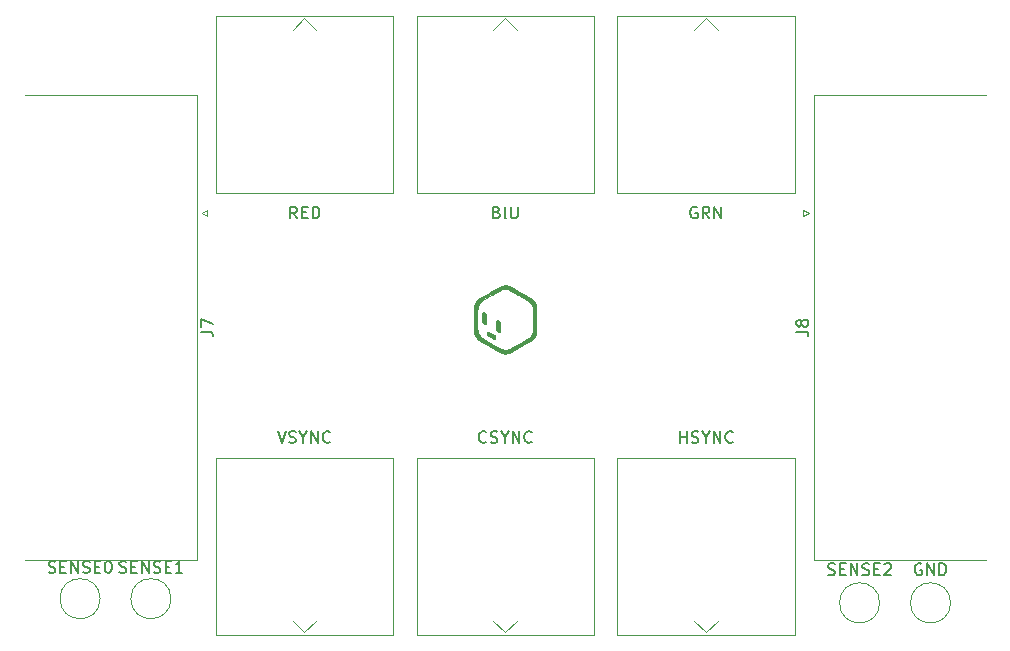
<source format=gbr>
%TF.GenerationSoftware,KiCad,Pcbnew,(5.1.10)-1*%
%TF.CreationDate,2022-04-27T21:55:14-04:00*%
%TF.ProjectId,Macintosh II Video Breakout,4d616369-6e74-46f7-9368-204949205669,rev?*%
%TF.SameCoordinates,Original*%
%TF.FileFunction,Legend,Top*%
%TF.FilePolarity,Positive*%
%FSLAX46Y46*%
G04 Gerber Fmt 4.6, Leading zero omitted, Abs format (unit mm)*
G04 Created by KiCad (PCBNEW (5.1.10)-1) date 2022-04-27 21:55:14*
%MOMM*%
%LPD*%
G01*
G04 APERTURE LIST*
%ADD10C,0.010000*%
%ADD11C,0.120000*%
%ADD12C,0.150000*%
G04 APERTURE END LIST*
D10*
%TO.C,G\u002A\u002A\u002A*%
G36*
X85016171Y-70109650D02*
G01*
X85037503Y-70111157D01*
X85062819Y-70113828D01*
X85093987Y-70117703D01*
X85132877Y-70122822D01*
X85135074Y-70123114D01*
X85246673Y-70137920D01*
X85327269Y-70170242D01*
X85358040Y-70182785D01*
X85389959Y-70196143D01*
X85420140Y-70209087D01*
X85445693Y-70220383D01*
X85456711Y-70225440D01*
X85464682Y-70229628D01*
X85480601Y-70238413D01*
X85503964Y-70251505D01*
X85534265Y-70268613D01*
X85571001Y-70289448D01*
X85613666Y-70313718D01*
X85661756Y-70341133D01*
X85714767Y-70371404D01*
X85772193Y-70404239D01*
X85833531Y-70439349D01*
X85898275Y-70476443D01*
X85965921Y-70515231D01*
X86035965Y-70555423D01*
X86107901Y-70596728D01*
X86181225Y-70638856D01*
X86255433Y-70681516D01*
X86330020Y-70724419D01*
X86404481Y-70767274D01*
X86478311Y-70809791D01*
X86551007Y-70851679D01*
X86622063Y-70892649D01*
X86690975Y-70932409D01*
X86757238Y-70970670D01*
X86820347Y-71007141D01*
X86879799Y-71041532D01*
X86935088Y-71073553D01*
X86985709Y-71102913D01*
X87031159Y-71129322D01*
X87070932Y-71152490D01*
X87104525Y-71172127D01*
X87131431Y-71187941D01*
X87151147Y-71199643D01*
X87163168Y-71206943D01*
X87166326Y-71208982D01*
X87182417Y-71220571D01*
X87203090Y-71236043D01*
X87226911Y-71254263D01*
X87252445Y-71274097D01*
X87278256Y-71294411D01*
X87302909Y-71314071D01*
X87324968Y-71331943D01*
X87342999Y-71346893D01*
X87355565Y-71357786D01*
X87359987Y-71362009D01*
X87372302Y-71375927D01*
X87388396Y-71395518D01*
X87407092Y-71419209D01*
X87427216Y-71445422D01*
X87447590Y-71472585D01*
X87467041Y-71499122D01*
X87484391Y-71523458D01*
X87498466Y-71544018D01*
X87508091Y-71559227D01*
X87510572Y-71563738D01*
X87517074Y-71577546D01*
X87526217Y-71598173D01*
X87537203Y-71623696D01*
X87549235Y-71652194D01*
X87561514Y-71681742D01*
X87573243Y-71710418D01*
X87583624Y-71736300D01*
X87591859Y-71757464D01*
X87597150Y-71771988D01*
X87597796Y-71773961D01*
X87600200Y-71784150D01*
X87603618Y-71802151D01*
X87607731Y-71826099D01*
X87612218Y-71854130D01*
X87616683Y-71883865D01*
X87630167Y-71976673D01*
X87633185Y-73979365D01*
X87620547Y-74079500D01*
X87615334Y-74120445D01*
X87610843Y-74153610D01*
X87606581Y-74180909D01*
X87602055Y-74204254D01*
X87596771Y-74225559D01*
X87590235Y-74246737D01*
X87581954Y-74269701D01*
X87571435Y-74296364D01*
X87558183Y-74328640D01*
X87553136Y-74340826D01*
X87508607Y-74448288D01*
X87442494Y-74536211D01*
X87422101Y-74563037D01*
X87402412Y-74588397D01*
X87384598Y-74610824D01*
X87369828Y-74628853D01*
X87359273Y-74641017D01*
X87356735Y-74643673D01*
X87345682Y-74653674D01*
X87328312Y-74668204D01*
X87306204Y-74686040D01*
X87280938Y-74705956D01*
X87254092Y-74726728D01*
X87227244Y-74747132D01*
X87201974Y-74765944D01*
X87179860Y-74781939D01*
X87166326Y-74791330D01*
X87160137Y-74795101D01*
X87145988Y-74803466D01*
X87124380Y-74816134D01*
X87095814Y-74832815D01*
X87060790Y-74853220D01*
X87019811Y-74877059D01*
X86973378Y-74904042D01*
X86921990Y-74933879D01*
X86866150Y-74966280D01*
X86806358Y-75000954D01*
X86743116Y-75037614D01*
X86676924Y-75075967D01*
X86608284Y-75115725D01*
X86537696Y-75156597D01*
X86465662Y-75198294D01*
X86392683Y-75240525D01*
X86319260Y-75283002D01*
X86245893Y-75325433D01*
X86173085Y-75367529D01*
X86101336Y-75409000D01*
X86031146Y-75449556D01*
X85963018Y-75488908D01*
X85897452Y-75526764D01*
X85834950Y-75562837D01*
X85776012Y-75596834D01*
X85721139Y-75628468D01*
X85670833Y-75657447D01*
X85625594Y-75683481D01*
X85585924Y-75706282D01*
X85552323Y-75725559D01*
X85525293Y-75741021D01*
X85505335Y-75752380D01*
X85503115Y-75753637D01*
X85490790Y-75759927D01*
X85471119Y-75769143D01*
X85445805Y-75780526D01*
X85416550Y-75793316D01*
X85385054Y-75806753D01*
X85369558Y-75813245D01*
X85335524Y-75827314D01*
X85307173Y-75838620D01*
X85282630Y-75847641D01*
X85260019Y-75854858D01*
X85237464Y-75860748D01*
X85213089Y-75865791D01*
X85185016Y-75870465D01*
X85151371Y-75875251D01*
X85110277Y-75880626D01*
X85101017Y-75881812D01*
X85059025Y-75886734D01*
X85024291Y-75889680D01*
X84994521Y-75890713D01*
X84967420Y-75889896D01*
X84940692Y-75887293D01*
X84934057Y-75886406D01*
X84918643Y-75884271D01*
X84896150Y-75881178D01*
X84869178Y-75877484D01*
X84840328Y-75873546D01*
X84829038Y-75872009D01*
X84800420Y-75867949D01*
X84777504Y-75864094D01*
X84757629Y-75859722D01*
X84738132Y-75854109D01*
X84716352Y-75846533D01*
X84689625Y-75836271D01*
X84672730Y-75829570D01*
X84641945Y-75817085D01*
X84610011Y-75803773D01*
X84579820Y-75790864D01*
X84554265Y-75779585D01*
X84543288Y-75774549D01*
X84535324Y-75770363D01*
X84519410Y-75761579D01*
X84496051Y-75748488D01*
X84465752Y-75731379D01*
X84429018Y-75710544D01*
X84386352Y-75686273D01*
X84338260Y-75658855D01*
X84285247Y-75628582D01*
X84227818Y-75595744D01*
X84166476Y-75560631D01*
X84101728Y-75523533D01*
X84034076Y-75484741D01*
X83964028Y-75444546D01*
X83892086Y-75403237D01*
X83818756Y-75361105D01*
X83744542Y-75318440D01*
X83669949Y-75275533D01*
X83595483Y-75232675D01*
X83521647Y-75190154D01*
X83448946Y-75148263D01*
X83377886Y-75107291D01*
X83308970Y-75067529D01*
X83242704Y-75029266D01*
X83179592Y-74992794D01*
X83120139Y-74958402D01*
X83064850Y-74926382D01*
X83014230Y-74897023D01*
X82968783Y-74870616D01*
X82929013Y-74847452D01*
X82895426Y-74827819D01*
X82868527Y-74812010D01*
X82848820Y-74800314D01*
X82836809Y-74793022D01*
X82833673Y-74790998D01*
X82817717Y-74779518D01*
X82797144Y-74764130D01*
X82773392Y-74745968D01*
X82747896Y-74726169D01*
X82722095Y-74705867D01*
X82697425Y-74686197D01*
X82675322Y-74668295D01*
X82657224Y-74653296D01*
X82644568Y-74642335D01*
X82640012Y-74637990D01*
X82627697Y-74624072D01*
X82611603Y-74604481D01*
X82592907Y-74580790D01*
X82572783Y-74554577D01*
X82552409Y-74527414D01*
X82532958Y-74500877D01*
X82515608Y-74476541D01*
X82501533Y-74455981D01*
X82491908Y-74440772D01*
X82489427Y-74436261D01*
X82482925Y-74422453D01*
X82473782Y-74401826D01*
X82462796Y-74376303D01*
X82450764Y-74347805D01*
X82438485Y-74318257D01*
X82426756Y-74289581D01*
X82416375Y-74263699D01*
X82408140Y-74242535D01*
X82402849Y-74228011D01*
X82402203Y-74226038D01*
X82399799Y-74215849D01*
X82396381Y-74197848D01*
X82392268Y-74173900D01*
X82387781Y-74145869D01*
X82383316Y-74116134D01*
X82369832Y-74023326D01*
X82368432Y-73022384D01*
X82367258Y-72183318D01*
X82645615Y-72183318D01*
X82645615Y-73818454D01*
X82660401Y-73930660D01*
X82664897Y-73963729D01*
X82669335Y-73994461D01*
X82673456Y-74021218D01*
X82677006Y-74042366D01*
X82679727Y-74056266D01*
X82680687Y-74059961D01*
X82685765Y-74074254D01*
X82693684Y-74094746D01*
X82703762Y-74119829D01*
X82715317Y-74147895D01*
X82727664Y-74177336D01*
X82740121Y-74206544D01*
X82752006Y-74233911D01*
X82762635Y-74257828D01*
X82771326Y-74276688D01*
X82777395Y-74288883D01*
X82779212Y-74291949D01*
X82791219Y-74308647D01*
X82807005Y-74329772D01*
X82825442Y-74353895D01*
X82845400Y-74379586D01*
X82865747Y-74405417D01*
X82885354Y-74429958D01*
X82903092Y-74451781D01*
X82917830Y-74469456D01*
X82928437Y-74481554D01*
X82932121Y-74485331D01*
X82941645Y-74493554D01*
X82957487Y-74506493D01*
X82978169Y-74522973D01*
X83002214Y-74541820D01*
X83028144Y-74561861D01*
X83035447Y-74567454D01*
X83046547Y-74575896D01*
X83057377Y-74584000D01*
X83068363Y-74592021D01*
X83079931Y-74600213D01*
X83092508Y-74608831D01*
X83106518Y-74618128D01*
X83122387Y-74628361D01*
X83140543Y-74639782D01*
X83161410Y-74652646D01*
X83185414Y-74667209D01*
X83212982Y-74683723D01*
X83244538Y-74702445D01*
X83280510Y-74723627D01*
X83321322Y-74747526D01*
X83367401Y-74774394D01*
X83419173Y-74804486D01*
X83477063Y-74838058D01*
X83541498Y-74875363D01*
X83612903Y-74916656D01*
X83691704Y-74962191D01*
X83778327Y-75012222D01*
X83825235Y-75039310D01*
X83915922Y-75091672D01*
X83998584Y-75139385D01*
X84073653Y-75182690D01*
X84141561Y-75221828D01*
X84202740Y-75257041D01*
X84257623Y-75288569D01*
X84306642Y-75316653D01*
X84350228Y-75341535D01*
X84388815Y-75363455D01*
X84422834Y-75382654D01*
X84452717Y-75399374D01*
X84478898Y-75413855D01*
X84501807Y-75426338D01*
X84521877Y-75437065D01*
X84539540Y-75446277D01*
X84555229Y-75454213D01*
X84569376Y-75461116D01*
X84582413Y-75467227D01*
X84594771Y-75472786D01*
X84606884Y-75478035D01*
X84619183Y-75483214D01*
X84627249Y-75486561D01*
X84664379Y-75501915D01*
X84694123Y-75514085D01*
X84718151Y-75523562D01*
X84738130Y-75530837D01*
X84755726Y-75536401D01*
X84772608Y-75540743D01*
X84790442Y-75544356D01*
X84810897Y-75547730D01*
X84835639Y-75551355D01*
X84858346Y-75554581D01*
X84902772Y-75560598D01*
X84940371Y-75564790D01*
X84973646Y-75567157D01*
X85005094Y-75567703D01*
X85037216Y-75566429D01*
X85072513Y-75563337D01*
X85113484Y-75558431D01*
X85140341Y-75554822D01*
X85244049Y-75540537D01*
X85360149Y-75492438D01*
X85476250Y-75444340D01*
X86160096Y-75049415D01*
X86235953Y-75005598D01*
X86309777Y-74962936D01*
X86381097Y-74921701D01*
X86449447Y-74882166D01*
X86514356Y-74844602D01*
X86575355Y-74809282D01*
X86631976Y-74776476D01*
X86683750Y-74746457D01*
X86730207Y-74719497D01*
X86770879Y-74695868D01*
X86805297Y-74675841D01*
X86832992Y-74659688D01*
X86853496Y-74647682D01*
X86866338Y-74640093D01*
X86870541Y-74637541D01*
X86882235Y-74629577D01*
X86900110Y-74616752D01*
X86922632Y-74600199D01*
X86948266Y-74581049D01*
X86975478Y-74560435D01*
X86987109Y-74551536D01*
X87077078Y-74482480D01*
X87147333Y-74391195D01*
X87167818Y-74364412D01*
X87186773Y-74339316D01*
X87203213Y-74317236D01*
X87216156Y-74299498D01*
X87224619Y-74287429D01*
X87226980Y-74283734D01*
X87231481Y-74274655D01*
X87238977Y-74258021D01*
X87248820Y-74235341D01*
X87260359Y-74208124D01*
X87272945Y-74177876D01*
X87280241Y-74160096D01*
X87324109Y-74052634D01*
X87339322Y-73935403D01*
X87354535Y-73818173D01*
X87354459Y-72999859D01*
X87354384Y-72181545D01*
X87339582Y-72069339D01*
X87335228Y-72036824D01*
X87331132Y-72007153D01*
X87327513Y-71981834D01*
X87324589Y-71962377D01*
X87322578Y-71950289D01*
X87321950Y-71947365D01*
X87318082Y-71936115D01*
X87311160Y-71918054D01*
X87301849Y-71894755D01*
X87290813Y-71867791D01*
X87278718Y-71838734D01*
X87266228Y-71809159D01*
X87254008Y-71780637D01*
X87242723Y-71754742D01*
X87233037Y-71733047D01*
X87225615Y-71717125D01*
X87221121Y-71708549D01*
X87220883Y-71708192D01*
X87208865Y-71691475D01*
X87193068Y-71670332D01*
X87174622Y-71646193D01*
X87154656Y-71620486D01*
X87134299Y-71594641D01*
X87114683Y-71570086D01*
X87096936Y-71548251D01*
X87082189Y-71530564D01*
X87071570Y-71518453D01*
X87067878Y-71514668D01*
X87043528Y-71493397D01*
X87012476Y-71468474D01*
X86976469Y-71441146D01*
X86937256Y-71412664D01*
X86896584Y-71384277D01*
X86856202Y-71357233D01*
X86817857Y-71332782D01*
X86789730Y-71315874D01*
X86774521Y-71307056D01*
X86751420Y-71293683D01*
X86720996Y-71276084D01*
X86683820Y-71254590D01*
X86640459Y-71229528D01*
X86591485Y-71201228D01*
X86537465Y-71170018D01*
X86478970Y-71136227D01*
X86416568Y-71100185D01*
X86350830Y-71062220D01*
X86282324Y-71022662D01*
X86211619Y-70981838D01*
X86139287Y-70940079D01*
X86083776Y-70908035D01*
X85470148Y-70553823D01*
X85356271Y-70506591D01*
X85242394Y-70459358D01*
X85137072Y-70445040D01*
X85103824Y-70440726D01*
X85071756Y-70436941D01*
X85042872Y-70433893D01*
X85019173Y-70431790D01*
X85002660Y-70430840D01*
X85000000Y-70430807D01*
X84985425Y-70431512D01*
X84963213Y-70433428D01*
X84935390Y-70436340D01*
X84903983Y-70440033D01*
X84871019Y-70444293D01*
X84864513Y-70445181D01*
X84760777Y-70459470D01*
X84652032Y-70504078D01*
X84619763Y-70517480D01*
X84588937Y-70530588D01*
X84561236Y-70542662D01*
X84538341Y-70552965D01*
X84521935Y-70560757D01*
X84516423Y-70563629D01*
X84509252Y-70567706D01*
X84494090Y-70576396D01*
X84471408Y-70589430D01*
X84441676Y-70606536D01*
X84405364Y-70627442D01*
X84362941Y-70651880D01*
X84314878Y-70679576D01*
X84261644Y-70710261D01*
X84203710Y-70743664D01*
X84141545Y-70779514D01*
X84075620Y-70817539D01*
X84006404Y-70857470D01*
X83934367Y-70899034D01*
X83859980Y-70941962D01*
X83808153Y-70971874D01*
X83126750Y-71365176D01*
X83027084Y-71441348D01*
X82998852Y-71462950D01*
X82975731Y-71480913D01*
X82956520Y-71496472D01*
X82940019Y-71510864D01*
X82925028Y-71525327D01*
X82910347Y-71541096D01*
X82894775Y-71559408D01*
X82877113Y-71581500D01*
X82856160Y-71608609D01*
X82830716Y-71641972D01*
X82824638Y-71649957D01*
X82807676Y-71672370D01*
X82794209Y-71690788D01*
X82783217Y-71707051D01*
X82773678Y-71722998D01*
X82764571Y-71740471D01*
X82754876Y-71761309D01*
X82743570Y-71787351D01*
X82729634Y-71820440D01*
X82728410Y-71823361D01*
X82715636Y-71854014D01*
X82703917Y-71882410D01*
X82693861Y-71907054D01*
X82686077Y-71926451D01*
X82681173Y-71939105D01*
X82679977Y-71942480D01*
X82678010Y-71951434D01*
X82675068Y-71968495D01*
X82671393Y-71992079D01*
X82667228Y-72020601D01*
X82662814Y-72052474D01*
X82660452Y-72070226D01*
X82645615Y-72183318D01*
X82367258Y-72183318D01*
X82367031Y-72021441D01*
X82381755Y-71908692D01*
X82386202Y-71875496D01*
X82390553Y-71844592D01*
X82394560Y-71817623D01*
X82397975Y-71796233D01*
X82400549Y-71782063D01*
X82401451Y-71778173D01*
X82405791Y-71765213D01*
X82413286Y-71745473D01*
X82423217Y-71720636D01*
X82434865Y-71692381D01*
X82447511Y-71662391D01*
X82460436Y-71632347D01*
X82472921Y-71603929D01*
X82484246Y-71578819D01*
X82493693Y-71558698D01*
X82500541Y-71545247D01*
X82502503Y-71541942D01*
X82509351Y-71532208D01*
X82521099Y-71516260D01*
X82536629Y-71495584D01*
X82554824Y-71471663D01*
X82574568Y-71445982D01*
X82579748Y-71439289D01*
X82601621Y-71411225D01*
X82619267Y-71389236D01*
X82634361Y-71371614D01*
X82648581Y-71356653D01*
X82663605Y-71342644D01*
X82681109Y-71327881D01*
X82702769Y-71310656D01*
X82716938Y-71299611D01*
X82742756Y-71279658D01*
X82768648Y-71259850D01*
X82792564Y-71241740D01*
X82812452Y-71226885D01*
X82823903Y-71218519D01*
X82831544Y-71213629D01*
X82847224Y-71204113D01*
X82870518Y-71190220D01*
X82900999Y-71172198D01*
X82938240Y-71150296D01*
X82981815Y-71124763D01*
X83031298Y-71095847D01*
X83086261Y-71063796D01*
X83146278Y-71028859D01*
X83210923Y-70991284D01*
X83279769Y-70951320D01*
X83352389Y-70909215D01*
X83428357Y-70865217D01*
X83507247Y-70819576D01*
X83588632Y-70772540D01*
X83672085Y-70724356D01*
X83690686Y-70713623D01*
X84523276Y-70233254D01*
X84632771Y-70187777D01*
X84667585Y-70173411D01*
X84696518Y-70161875D01*
X84721467Y-70152683D01*
X84744324Y-70145348D01*
X84766985Y-70139383D01*
X84791344Y-70134303D01*
X84819295Y-70129622D01*
X84852734Y-70124852D01*
X84893554Y-70119508D01*
X84903867Y-70118187D01*
X84933309Y-70114469D01*
X84957392Y-70111717D01*
X84977984Y-70109970D01*
X84996954Y-70109268D01*
X85016171Y-70109650D01*
G37*
X85016171Y-70109650D02*
X85037503Y-70111157D01*
X85062819Y-70113828D01*
X85093987Y-70117703D01*
X85132877Y-70122822D01*
X85135074Y-70123114D01*
X85246673Y-70137920D01*
X85327269Y-70170242D01*
X85358040Y-70182785D01*
X85389959Y-70196143D01*
X85420140Y-70209087D01*
X85445693Y-70220383D01*
X85456711Y-70225440D01*
X85464682Y-70229628D01*
X85480601Y-70238413D01*
X85503964Y-70251505D01*
X85534265Y-70268613D01*
X85571001Y-70289448D01*
X85613666Y-70313718D01*
X85661756Y-70341133D01*
X85714767Y-70371404D01*
X85772193Y-70404239D01*
X85833531Y-70439349D01*
X85898275Y-70476443D01*
X85965921Y-70515231D01*
X86035965Y-70555423D01*
X86107901Y-70596728D01*
X86181225Y-70638856D01*
X86255433Y-70681516D01*
X86330020Y-70724419D01*
X86404481Y-70767274D01*
X86478311Y-70809791D01*
X86551007Y-70851679D01*
X86622063Y-70892649D01*
X86690975Y-70932409D01*
X86757238Y-70970670D01*
X86820347Y-71007141D01*
X86879799Y-71041532D01*
X86935088Y-71073553D01*
X86985709Y-71102913D01*
X87031159Y-71129322D01*
X87070932Y-71152490D01*
X87104525Y-71172127D01*
X87131431Y-71187941D01*
X87151147Y-71199643D01*
X87163168Y-71206943D01*
X87166326Y-71208982D01*
X87182417Y-71220571D01*
X87203090Y-71236043D01*
X87226911Y-71254263D01*
X87252445Y-71274097D01*
X87278256Y-71294411D01*
X87302909Y-71314071D01*
X87324968Y-71331943D01*
X87342999Y-71346893D01*
X87355565Y-71357786D01*
X87359987Y-71362009D01*
X87372302Y-71375927D01*
X87388396Y-71395518D01*
X87407092Y-71419209D01*
X87427216Y-71445422D01*
X87447590Y-71472585D01*
X87467041Y-71499122D01*
X87484391Y-71523458D01*
X87498466Y-71544018D01*
X87508091Y-71559227D01*
X87510572Y-71563738D01*
X87517074Y-71577546D01*
X87526217Y-71598173D01*
X87537203Y-71623696D01*
X87549235Y-71652194D01*
X87561514Y-71681742D01*
X87573243Y-71710418D01*
X87583624Y-71736300D01*
X87591859Y-71757464D01*
X87597150Y-71771988D01*
X87597796Y-71773961D01*
X87600200Y-71784150D01*
X87603618Y-71802151D01*
X87607731Y-71826099D01*
X87612218Y-71854130D01*
X87616683Y-71883865D01*
X87630167Y-71976673D01*
X87633185Y-73979365D01*
X87620547Y-74079500D01*
X87615334Y-74120445D01*
X87610843Y-74153610D01*
X87606581Y-74180909D01*
X87602055Y-74204254D01*
X87596771Y-74225559D01*
X87590235Y-74246737D01*
X87581954Y-74269701D01*
X87571435Y-74296364D01*
X87558183Y-74328640D01*
X87553136Y-74340826D01*
X87508607Y-74448288D01*
X87442494Y-74536211D01*
X87422101Y-74563037D01*
X87402412Y-74588397D01*
X87384598Y-74610824D01*
X87369828Y-74628853D01*
X87359273Y-74641017D01*
X87356735Y-74643673D01*
X87345682Y-74653674D01*
X87328312Y-74668204D01*
X87306204Y-74686040D01*
X87280938Y-74705956D01*
X87254092Y-74726728D01*
X87227244Y-74747132D01*
X87201974Y-74765944D01*
X87179860Y-74781939D01*
X87166326Y-74791330D01*
X87160137Y-74795101D01*
X87145988Y-74803466D01*
X87124380Y-74816134D01*
X87095814Y-74832815D01*
X87060790Y-74853220D01*
X87019811Y-74877059D01*
X86973378Y-74904042D01*
X86921990Y-74933879D01*
X86866150Y-74966280D01*
X86806358Y-75000954D01*
X86743116Y-75037614D01*
X86676924Y-75075967D01*
X86608284Y-75115725D01*
X86537696Y-75156597D01*
X86465662Y-75198294D01*
X86392683Y-75240525D01*
X86319260Y-75283002D01*
X86245893Y-75325433D01*
X86173085Y-75367529D01*
X86101336Y-75409000D01*
X86031146Y-75449556D01*
X85963018Y-75488908D01*
X85897452Y-75526764D01*
X85834950Y-75562837D01*
X85776012Y-75596834D01*
X85721139Y-75628468D01*
X85670833Y-75657447D01*
X85625594Y-75683481D01*
X85585924Y-75706282D01*
X85552323Y-75725559D01*
X85525293Y-75741021D01*
X85505335Y-75752380D01*
X85503115Y-75753637D01*
X85490790Y-75759927D01*
X85471119Y-75769143D01*
X85445805Y-75780526D01*
X85416550Y-75793316D01*
X85385054Y-75806753D01*
X85369558Y-75813245D01*
X85335524Y-75827314D01*
X85307173Y-75838620D01*
X85282630Y-75847641D01*
X85260019Y-75854858D01*
X85237464Y-75860748D01*
X85213089Y-75865791D01*
X85185016Y-75870465D01*
X85151371Y-75875251D01*
X85110277Y-75880626D01*
X85101017Y-75881812D01*
X85059025Y-75886734D01*
X85024291Y-75889680D01*
X84994521Y-75890713D01*
X84967420Y-75889896D01*
X84940692Y-75887293D01*
X84934057Y-75886406D01*
X84918643Y-75884271D01*
X84896150Y-75881178D01*
X84869178Y-75877484D01*
X84840328Y-75873546D01*
X84829038Y-75872009D01*
X84800420Y-75867949D01*
X84777504Y-75864094D01*
X84757629Y-75859722D01*
X84738132Y-75854109D01*
X84716352Y-75846533D01*
X84689625Y-75836271D01*
X84672730Y-75829570D01*
X84641945Y-75817085D01*
X84610011Y-75803773D01*
X84579820Y-75790864D01*
X84554265Y-75779585D01*
X84543288Y-75774549D01*
X84535324Y-75770363D01*
X84519410Y-75761579D01*
X84496051Y-75748488D01*
X84465752Y-75731379D01*
X84429018Y-75710544D01*
X84386352Y-75686273D01*
X84338260Y-75658855D01*
X84285247Y-75628582D01*
X84227818Y-75595744D01*
X84166476Y-75560631D01*
X84101728Y-75523533D01*
X84034076Y-75484741D01*
X83964028Y-75444546D01*
X83892086Y-75403237D01*
X83818756Y-75361105D01*
X83744542Y-75318440D01*
X83669949Y-75275533D01*
X83595483Y-75232675D01*
X83521647Y-75190154D01*
X83448946Y-75148263D01*
X83377886Y-75107291D01*
X83308970Y-75067529D01*
X83242704Y-75029266D01*
X83179592Y-74992794D01*
X83120139Y-74958402D01*
X83064850Y-74926382D01*
X83014230Y-74897023D01*
X82968783Y-74870616D01*
X82929013Y-74847452D01*
X82895426Y-74827819D01*
X82868527Y-74812010D01*
X82848820Y-74800314D01*
X82836809Y-74793022D01*
X82833673Y-74790998D01*
X82817717Y-74779518D01*
X82797144Y-74764130D01*
X82773392Y-74745968D01*
X82747896Y-74726169D01*
X82722095Y-74705867D01*
X82697425Y-74686197D01*
X82675322Y-74668295D01*
X82657224Y-74653296D01*
X82644568Y-74642335D01*
X82640012Y-74637990D01*
X82627697Y-74624072D01*
X82611603Y-74604481D01*
X82592907Y-74580790D01*
X82572783Y-74554577D01*
X82552409Y-74527414D01*
X82532958Y-74500877D01*
X82515608Y-74476541D01*
X82501533Y-74455981D01*
X82491908Y-74440772D01*
X82489427Y-74436261D01*
X82482925Y-74422453D01*
X82473782Y-74401826D01*
X82462796Y-74376303D01*
X82450764Y-74347805D01*
X82438485Y-74318257D01*
X82426756Y-74289581D01*
X82416375Y-74263699D01*
X82408140Y-74242535D01*
X82402849Y-74228011D01*
X82402203Y-74226038D01*
X82399799Y-74215849D01*
X82396381Y-74197848D01*
X82392268Y-74173900D01*
X82387781Y-74145869D01*
X82383316Y-74116134D01*
X82369832Y-74023326D01*
X82368432Y-73022384D01*
X82367258Y-72183318D01*
X82645615Y-72183318D01*
X82645615Y-73818454D01*
X82660401Y-73930660D01*
X82664897Y-73963729D01*
X82669335Y-73994461D01*
X82673456Y-74021218D01*
X82677006Y-74042366D01*
X82679727Y-74056266D01*
X82680687Y-74059961D01*
X82685765Y-74074254D01*
X82693684Y-74094746D01*
X82703762Y-74119829D01*
X82715317Y-74147895D01*
X82727664Y-74177336D01*
X82740121Y-74206544D01*
X82752006Y-74233911D01*
X82762635Y-74257828D01*
X82771326Y-74276688D01*
X82777395Y-74288883D01*
X82779212Y-74291949D01*
X82791219Y-74308647D01*
X82807005Y-74329772D01*
X82825442Y-74353895D01*
X82845400Y-74379586D01*
X82865747Y-74405417D01*
X82885354Y-74429958D01*
X82903092Y-74451781D01*
X82917830Y-74469456D01*
X82928437Y-74481554D01*
X82932121Y-74485331D01*
X82941645Y-74493554D01*
X82957487Y-74506493D01*
X82978169Y-74522973D01*
X83002214Y-74541820D01*
X83028144Y-74561861D01*
X83035447Y-74567454D01*
X83046547Y-74575896D01*
X83057377Y-74584000D01*
X83068363Y-74592021D01*
X83079931Y-74600213D01*
X83092508Y-74608831D01*
X83106518Y-74618128D01*
X83122387Y-74628361D01*
X83140543Y-74639782D01*
X83161410Y-74652646D01*
X83185414Y-74667209D01*
X83212982Y-74683723D01*
X83244538Y-74702445D01*
X83280510Y-74723627D01*
X83321322Y-74747526D01*
X83367401Y-74774394D01*
X83419173Y-74804486D01*
X83477063Y-74838058D01*
X83541498Y-74875363D01*
X83612903Y-74916656D01*
X83691704Y-74962191D01*
X83778327Y-75012222D01*
X83825235Y-75039310D01*
X83915922Y-75091672D01*
X83998584Y-75139385D01*
X84073653Y-75182690D01*
X84141561Y-75221828D01*
X84202740Y-75257041D01*
X84257623Y-75288569D01*
X84306642Y-75316653D01*
X84350228Y-75341535D01*
X84388815Y-75363455D01*
X84422834Y-75382654D01*
X84452717Y-75399374D01*
X84478898Y-75413855D01*
X84501807Y-75426338D01*
X84521877Y-75437065D01*
X84539540Y-75446277D01*
X84555229Y-75454213D01*
X84569376Y-75461116D01*
X84582413Y-75467227D01*
X84594771Y-75472786D01*
X84606884Y-75478035D01*
X84619183Y-75483214D01*
X84627249Y-75486561D01*
X84664379Y-75501915D01*
X84694123Y-75514085D01*
X84718151Y-75523562D01*
X84738130Y-75530837D01*
X84755726Y-75536401D01*
X84772608Y-75540743D01*
X84790442Y-75544356D01*
X84810897Y-75547730D01*
X84835639Y-75551355D01*
X84858346Y-75554581D01*
X84902772Y-75560598D01*
X84940371Y-75564790D01*
X84973646Y-75567157D01*
X85005094Y-75567703D01*
X85037216Y-75566429D01*
X85072513Y-75563337D01*
X85113484Y-75558431D01*
X85140341Y-75554822D01*
X85244049Y-75540537D01*
X85360149Y-75492438D01*
X85476250Y-75444340D01*
X86160096Y-75049415D01*
X86235953Y-75005598D01*
X86309777Y-74962936D01*
X86381097Y-74921701D01*
X86449447Y-74882166D01*
X86514356Y-74844602D01*
X86575355Y-74809282D01*
X86631976Y-74776476D01*
X86683750Y-74746457D01*
X86730207Y-74719497D01*
X86770879Y-74695868D01*
X86805297Y-74675841D01*
X86832992Y-74659688D01*
X86853496Y-74647682D01*
X86866338Y-74640093D01*
X86870541Y-74637541D01*
X86882235Y-74629577D01*
X86900110Y-74616752D01*
X86922632Y-74600199D01*
X86948266Y-74581049D01*
X86975478Y-74560435D01*
X86987109Y-74551536D01*
X87077078Y-74482480D01*
X87147333Y-74391195D01*
X87167818Y-74364412D01*
X87186773Y-74339316D01*
X87203213Y-74317236D01*
X87216156Y-74299498D01*
X87224619Y-74287429D01*
X87226980Y-74283734D01*
X87231481Y-74274655D01*
X87238977Y-74258021D01*
X87248820Y-74235341D01*
X87260359Y-74208124D01*
X87272945Y-74177876D01*
X87280241Y-74160096D01*
X87324109Y-74052634D01*
X87339322Y-73935403D01*
X87354535Y-73818173D01*
X87354459Y-72999859D01*
X87354384Y-72181545D01*
X87339582Y-72069339D01*
X87335228Y-72036824D01*
X87331132Y-72007153D01*
X87327513Y-71981834D01*
X87324589Y-71962377D01*
X87322578Y-71950289D01*
X87321950Y-71947365D01*
X87318082Y-71936115D01*
X87311160Y-71918054D01*
X87301849Y-71894755D01*
X87290813Y-71867791D01*
X87278718Y-71838734D01*
X87266228Y-71809159D01*
X87254008Y-71780637D01*
X87242723Y-71754742D01*
X87233037Y-71733047D01*
X87225615Y-71717125D01*
X87221121Y-71708549D01*
X87220883Y-71708192D01*
X87208865Y-71691475D01*
X87193068Y-71670332D01*
X87174622Y-71646193D01*
X87154656Y-71620486D01*
X87134299Y-71594641D01*
X87114683Y-71570086D01*
X87096936Y-71548251D01*
X87082189Y-71530564D01*
X87071570Y-71518453D01*
X87067878Y-71514668D01*
X87043528Y-71493397D01*
X87012476Y-71468474D01*
X86976469Y-71441146D01*
X86937256Y-71412664D01*
X86896584Y-71384277D01*
X86856202Y-71357233D01*
X86817857Y-71332782D01*
X86789730Y-71315874D01*
X86774521Y-71307056D01*
X86751420Y-71293683D01*
X86720996Y-71276084D01*
X86683820Y-71254590D01*
X86640459Y-71229528D01*
X86591485Y-71201228D01*
X86537465Y-71170018D01*
X86478970Y-71136227D01*
X86416568Y-71100185D01*
X86350830Y-71062220D01*
X86282324Y-71022662D01*
X86211619Y-70981838D01*
X86139287Y-70940079D01*
X86083776Y-70908035D01*
X85470148Y-70553823D01*
X85356271Y-70506591D01*
X85242394Y-70459358D01*
X85137072Y-70445040D01*
X85103824Y-70440726D01*
X85071756Y-70436941D01*
X85042872Y-70433893D01*
X85019173Y-70431790D01*
X85002660Y-70430840D01*
X85000000Y-70430807D01*
X84985425Y-70431512D01*
X84963213Y-70433428D01*
X84935390Y-70436340D01*
X84903983Y-70440033D01*
X84871019Y-70444293D01*
X84864513Y-70445181D01*
X84760777Y-70459470D01*
X84652032Y-70504078D01*
X84619763Y-70517480D01*
X84588937Y-70530588D01*
X84561236Y-70542662D01*
X84538341Y-70552965D01*
X84521935Y-70560757D01*
X84516423Y-70563629D01*
X84509252Y-70567706D01*
X84494090Y-70576396D01*
X84471408Y-70589430D01*
X84441676Y-70606536D01*
X84405364Y-70627442D01*
X84362941Y-70651880D01*
X84314878Y-70679576D01*
X84261644Y-70710261D01*
X84203710Y-70743664D01*
X84141545Y-70779514D01*
X84075620Y-70817539D01*
X84006404Y-70857470D01*
X83934367Y-70899034D01*
X83859980Y-70941962D01*
X83808153Y-70971874D01*
X83126750Y-71365176D01*
X83027084Y-71441348D01*
X82998852Y-71462950D01*
X82975731Y-71480913D01*
X82956520Y-71496472D01*
X82940019Y-71510864D01*
X82925028Y-71525327D01*
X82910347Y-71541096D01*
X82894775Y-71559408D01*
X82877113Y-71581500D01*
X82856160Y-71608609D01*
X82830716Y-71641972D01*
X82824638Y-71649957D01*
X82807676Y-71672370D01*
X82794209Y-71690788D01*
X82783217Y-71707051D01*
X82773678Y-71722998D01*
X82764571Y-71740471D01*
X82754876Y-71761309D01*
X82743570Y-71787351D01*
X82729634Y-71820440D01*
X82728410Y-71823361D01*
X82715636Y-71854014D01*
X82703917Y-71882410D01*
X82693861Y-71907054D01*
X82686077Y-71926451D01*
X82681173Y-71939105D01*
X82679977Y-71942480D01*
X82678010Y-71951434D01*
X82675068Y-71968495D01*
X82671393Y-71992079D01*
X82667228Y-72020601D01*
X82662814Y-72052474D01*
X82660452Y-72070226D01*
X82645615Y-72183318D01*
X82367258Y-72183318D01*
X82367031Y-72021441D01*
X82381755Y-71908692D01*
X82386202Y-71875496D01*
X82390553Y-71844592D01*
X82394560Y-71817623D01*
X82397975Y-71796233D01*
X82400549Y-71782063D01*
X82401451Y-71778173D01*
X82405791Y-71765213D01*
X82413286Y-71745473D01*
X82423217Y-71720636D01*
X82434865Y-71692381D01*
X82447511Y-71662391D01*
X82460436Y-71632347D01*
X82472921Y-71603929D01*
X82484246Y-71578819D01*
X82493693Y-71558698D01*
X82500541Y-71545247D01*
X82502503Y-71541942D01*
X82509351Y-71532208D01*
X82521099Y-71516260D01*
X82536629Y-71495584D01*
X82554824Y-71471663D01*
X82574568Y-71445982D01*
X82579748Y-71439289D01*
X82601621Y-71411225D01*
X82619267Y-71389236D01*
X82634361Y-71371614D01*
X82648581Y-71356653D01*
X82663605Y-71342644D01*
X82681109Y-71327881D01*
X82702769Y-71310656D01*
X82716938Y-71299611D01*
X82742756Y-71279658D01*
X82768648Y-71259850D01*
X82792564Y-71241740D01*
X82812452Y-71226885D01*
X82823903Y-71218519D01*
X82831544Y-71213629D01*
X82847224Y-71204113D01*
X82870518Y-71190220D01*
X82900999Y-71172198D01*
X82938240Y-71150296D01*
X82981815Y-71124763D01*
X83031298Y-71095847D01*
X83086261Y-71063796D01*
X83146278Y-71028859D01*
X83210923Y-70991284D01*
X83279769Y-70951320D01*
X83352389Y-70909215D01*
X83428357Y-70865217D01*
X83507247Y-70819576D01*
X83588632Y-70772540D01*
X83672085Y-70724356D01*
X83690686Y-70713623D01*
X84523276Y-70233254D01*
X84632771Y-70187777D01*
X84667585Y-70173411D01*
X84696518Y-70161875D01*
X84721467Y-70152683D01*
X84744324Y-70145348D01*
X84766985Y-70139383D01*
X84791344Y-70134303D01*
X84819295Y-70129622D01*
X84852734Y-70124852D01*
X84893554Y-70119508D01*
X84903867Y-70118187D01*
X84933309Y-70114469D01*
X84957392Y-70111717D01*
X84977984Y-70109970D01*
X84996954Y-70109268D01*
X85016171Y-70109650D01*
G36*
X83581383Y-74054517D02*
G01*
X83588568Y-74057732D01*
X83603285Y-74065352D01*
X83624627Y-74076861D01*
X83651688Y-74091739D01*
X83683562Y-74109469D01*
X83719343Y-74129533D01*
X83758124Y-74151414D01*
X83798999Y-74174592D01*
X83841063Y-74198550D01*
X83883409Y-74222771D01*
X83925130Y-74246736D01*
X83965320Y-74269927D01*
X84003074Y-74291827D01*
X84037485Y-74311917D01*
X84067647Y-74329680D01*
X84092653Y-74344597D01*
X84111598Y-74356151D01*
X84123575Y-74363823D01*
X84127162Y-74366455D01*
X84135339Y-74376367D01*
X84143772Y-74390451D01*
X84145774Y-74394557D01*
X84148953Y-74402665D01*
X84151295Y-74412184D01*
X84152923Y-74424669D01*
X84153957Y-74441672D01*
X84154520Y-74464749D01*
X84154732Y-74495452D01*
X84154746Y-74509346D01*
X84154464Y-74548855D01*
X84153388Y-74579860D01*
X84151177Y-74603616D01*
X84147489Y-74621377D01*
X84141983Y-74634398D01*
X84134317Y-74643935D01*
X84124150Y-74651240D01*
X84114828Y-74655942D01*
X84097081Y-74662794D01*
X84082160Y-74664710D01*
X84065459Y-74661902D01*
X84054826Y-74658739D01*
X84047643Y-74655372D01*
X84032942Y-74647621D01*
X84011652Y-74636016D01*
X83984700Y-74621086D01*
X83953012Y-74603361D01*
X83917515Y-74583372D01*
X83879137Y-74561647D01*
X83838805Y-74538716D01*
X83797445Y-74515110D01*
X83755985Y-74491357D01*
X83715351Y-74467988D01*
X83676471Y-74445531D01*
X83640272Y-74424518D01*
X83607681Y-74405477D01*
X83579624Y-74388938D01*
X83557029Y-74375431D01*
X83540823Y-74365486D01*
X83534615Y-74361491D01*
X83519329Y-74350527D01*
X83507645Y-74339635D01*
X83499081Y-74327318D01*
X83493152Y-74312077D01*
X83489376Y-74292415D01*
X83487269Y-74266834D01*
X83486347Y-74233835D01*
X83486168Y-74211384D01*
X83486357Y-74181188D01*
X83487109Y-74153458D01*
X83488330Y-74130186D01*
X83489925Y-74113367D01*
X83491141Y-74106750D01*
X83502180Y-74083672D01*
X83519812Y-74066096D01*
X83541991Y-74055205D01*
X83566672Y-74052183D01*
X83581383Y-74054517D01*
G37*
X83581383Y-74054517D02*
X83588568Y-74057732D01*
X83603285Y-74065352D01*
X83624627Y-74076861D01*
X83651688Y-74091739D01*
X83683562Y-74109469D01*
X83719343Y-74129533D01*
X83758124Y-74151414D01*
X83798999Y-74174592D01*
X83841063Y-74198550D01*
X83883409Y-74222771D01*
X83925130Y-74246736D01*
X83965320Y-74269927D01*
X84003074Y-74291827D01*
X84037485Y-74311917D01*
X84067647Y-74329680D01*
X84092653Y-74344597D01*
X84111598Y-74356151D01*
X84123575Y-74363823D01*
X84127162Y-74366455D01*
X84135339Y-74376367D01*
X84143772Y-74390451D01*
X84145774Y-74394557D01*
X84148953Y-74402665D01*
X84151295Y-74412184D01*
X84152923Y-74424669D01*
X84153957Y-74441672D01*
X84154520Y-74464749D01*
X84154732Y-74495452D01*
X84154746Y-74509346D01*
X84154464Y-74548855D01*
X84153388Y-74579860D01*
X84151177Y-74603616D01*
X84147489Y-74621377D01*
X84141983Y-74634398D01*
X84134317Y-74643935D01*
X84124150Y-74651240D01*
X84114828Y-74655942D01*
X84097081Y-74662794D01*
X84082160Y-74664710D01*
X84065459Y-74661902D01*
X84054826Y-74658739D01*
X84047643Y-74655372D01*
X84032942Y-74647621D01*
X84011652Y-74636016D01*
X83984700Y-74621086D01*
X83953012Y-74603361D01*
X83917515Y-74583372D01*
X83879137Y-74561647D01*
X83838805Y-74538716D01*
X83797445Y-74515110D01*
X83755985Y-74491357D01*
X83715351Y-74467988D01*
X83676471Y-74445531D01*
X83640272Y-74424518D01*
X83607681Y-74405477D01*
X83579624Y-74388938D01*
X83557029Y-74375431D01*
X83540823Y-74365486D01*
X83534615Y-74361491D01*
X83519329Y-74350527D01*
X83507645Y-74339635D01*
X83499081Y-74327318D01*
X83493152Y-74312077D01*
X83489376Y-74292415D01*
X83487269Y-74266834D01*
X83486347Y-74233835D01*
X83486168Y-74211384D01*
X83486357Y-74181188D01*
X83487109Y-74153458D01*
X83488330Y-74130186D01*
X83489925Y-74113367D01*
X83491141Y-74106750D01*
X83502180Y-74083672D01*
X83519812Y-74066096D01*
X83541991Y-74055205D01*
X83566672Y-74052183D01*
X83581383Y-74054517D01*
G36*
X84331503Y-73080743D02*
G01*
X84343425Y-73084064D01*
X84358256Y-73090174D01*
X84377129Y-73099529D01*
X84401177Y-73112587D01*
X84431533Y-73129804D01*
X84462692Y-73147789D01*
X84488268Y-73162870D01*
X84511814Y-73177237D01*
X84531625Y-73189815D01*
X84545998Y-73199527D01*
X84552438Y-73204510D01*
X84557360Y-73208961D01*
X84561656Y-73213136D01*
X84565371Y-73217693D01*
X84568545Y-73223291D01*
X84571221Y-73230588D01*
X84573442Y-73240241D01*
X84575249Y-73252909D01*
X84576686Y-73269249D01*
X84577794Y-73289920D01*
X84578616Y-73315579D01*
X84579195Y-73346885D01*
X84579572Y-73384495D01*
X84579790Y-73429067D01*
X84579892Y-73481259D01*
X84579920Y-73541730D01*
X84579916Y-73611137D01*
X84579915Y-73631179D01*
X84579902Y-73701636D01*
X84579856Y-73762986D01*
X84579763Y-73815891D01*
X84579609Y-73861013D01*
X84579380Y-73899015D01*
X84579061Y-73930559D01*
X84578638Y-73956306D01*
X84578098Y-73976919D01*
X84577426Y-73993061D01*
X84576607Y-74005393D01*
X84575628Y-74014577D01*
X84574474Y-74021276D01*
X84573132Y-74026152D01*
X84571587Y-74029867D01*
X84571367Y-74030306D01*
X84562021Y-74044329D01*
X84550821Y-74055828D01*
X84549952Y-74056487D01*
X84532266Y-74064504D01*
X84510033Y-74067766D01*
X84487436Y-74065903D01*
X84477346Y-74062947D01*
X84466514Y-74057885D01*
X84449035Y-74048721D01*
X84426603Y-74036434D01*
X84400916Y-74022004D01*
X84373669Y-74006408D01*
X84346559Y-73990625D01*
X84321282Y-73975635D01*
X84299533Y-73962416D01*
X84283010Y-73951946D01*
X84273679Y-73945424D01*
X84268150Y-73940934D01*
X84263325Y-73936435D01*
X84259158Y-73931265D01*
X84255599Y-73924763D01*
X84252601Y-73916267D01*
X84250115Y-73905114D01*
X84248095Y-73890643D01*
X84246491Y-73872193D01*
X84245255Y-73849101D01*
X84244340Y-73820705D01*
X84243697Y-73786345D01*
X84243278Y-73745357D01*
X84243035Y-73697081D01*
X84242921Y-73640854D01*
X84242886Y-73576015D01*
X84242884Y-73521487D01*
X84242952Y-73441684D01*
X84243159Y-73371510D01*
X84243505Y-73310826D01*
X84243993Y-73259494D01*
X84244624Y-73217376D01*
X84245401Y-73184331D01*
X84246326Y-73160222D01*
X84247401Y-73144910D01*
X84248235Y-73139382D01*
X84258528Y-73116098D01*
X84275480Y-73097005D01*
X84296755Y-73084562D01*
X84301853Y-73082943D01*
X84311850Y-73080639D01*
X84321356Y-73079754D01*
X84331503Y-73080743D01*
G37*
X84331503Y-73080743D02*
X84343425Y-73084064D01*
X84358256Y-73090174D01*
X84377129Y-73099529D01*
X84401177Y-73112587D01*
X84431533Y-73129804D01*
X84462692Y-73147789D01*
X84488268Y-73162870D01*
X84511814Y-73177237D01*
X84531625Y-73189815D01*
X84545998Y-73199527D01*
X84552438Y-73204510D01*
X84557360Y-73208961D01*
X84561656Y-73213136D01*
X84565371Y-73217693D01*
X84568545Y-73223291D01*
X84571221Y-73230588D01*
X84573442Y-73240241D01*
X84575249Y-73252909D01*
X84576686Y-73269249D01*
X84577794Y-73289920D01*
X84578616Y-73315579D01*
X84579195Y-73346885D01*
X84579572Y-73384495D01*
X84579790Y-73429067D01*
X84579892Y-73481259D01*
X84579920Y-73541730D01*
X84579916Y-73611137D01*
X84579915Y-73631179D01*
X84579902Y-73701636D01*
X84579856Y-73762986D01*
X84579763Y-73815891D01*
X84579609Y-73861013D01*
X84579380Y-73899015D01*
X84579061Y-73930559D01*
X84578638Y-73956306D01*
X84578098Y-73976919D01*
X84577426Y-73993061D01*
X84576607Y-74005393D01*
X84575628Y-74014577D01*
X84574474Y-74021276D01*
X84573132Y-74026152D01*
X84571587Y-74029867D01*
X84571367Y-74030306D01*
X84562021Y-74044329D01*
X84550821Y-74055828D01*
X84549952Y-74056487D01*
X84532266Y-74064504D01*
X84510033Y-74067766D01*
X84487436Y-74065903D01*
X84477346Y-74062947D01*
X84466514Y-74057885D01*
X84449035Y-74048721D01*
X84426603Y-74036434D01*
X84400916Y-74022004D01*
X84373669Y-74006408D01*
X84346559Y-73990625D01*
X84321282Y-73975635D01*
X84299533Y-73962416D01*
X84283010Y-73951946D01*
X84273679Y-73945424D01*
X84268150Y-73940934D01*
X84263325Y-73936435D01*
X84259158Y-73931265D01*
X84255599Y-73924763D01*
X84252601Y-73916267D01*
X84250115Y-73905114D01*
X84248095Y-73890643D01*
X84246491Y-73872193D01*
X84245255Y-73849101D01*
X84244340Y-73820705D01*
X84243697Y-73786345D01*
X84243278Y-73745357D01*
X84243035Y-73697081D01*
X84242921Y-73640854D01*
X84242886Y-73576015D01*
X84242884Y-73521487D01*
X84242952Y-73441684D01*
X84243159Y-73371510D01*
X84243505Y-73310826D01*
X84243993Y-73259494D01*
X84244624Y-73217376D01*
X84245401Y-73184331D01*
X84246326Y-73160222D01*
X84247401Y-73144910D01*
X84248235Y-73139382D01*
X84258528Y-73116098D01*
X84275480Y-73097005D01*
X84296755Y-73084562D01*
X84301853Y-73082943D01*
X84311850Y-73080639D01*
X84321356Y-73079754D01*
X84331503Y-73080743D01*
G36*
X83148213Y-72398037D02*
G01*
X83154821Y-72399517D01*
X83167067Y-72404224D01*
X83185878Y-72413181D01*
X83209559Y-72425420D01*
X83236414Y-72439978D01*
X83264748Y-72455886D01*
X83292866Y-72472181D01*
X83319071Y-72487895D01*
X83341669Y-72502064D01*
X83358964Y-72513721D01*
X83368637Y-72521307D01*
X83384432Y-72540576D01*
X83392542Y-72558792D01*
X83393664Y-72566611D01*
X83394617Y-72581306D01*
X83395406Y-72603213D01*
X83396033Y-72632666D01*
X83396503Y-72669999D01*
X83396818Y-72715545D01*
X83396982Y-72769640D01*
X83396998Y-72832618D01*
X83396871Y-72904812D01*
X83396713Y-72956888D01*
X83396471Y-73028210D01*
X83396243Y-73090419D01*
X83395983Y-73144170D01*
X83395644Y-73190121D01*
X83395182Y-73228926D01*
X83394551Y-73261243D01*
X83393704Y-73287727D01*
X83392595Y-73309035D01*
X83391180Y-73325821D01*
X83389412Y-73338743D01*
X83387245Y-73348456D01*
X83384634Y-73355616D01*
X83381533Y-73360880D01*
X83377895Y-73364903D01*
X83373676Y-73368342D01*
X83368829Y-73371852D01*
X83367681Y-73372694D01*
X83350951Y-73380320D01*
X83329228Y-73383907D01*
X83306560Y-73383122D01*
X83290384Y-73379090D01*
X83278861Y-73373713D01*
X83261048Y-73364303D01*
X83238582Y-73351828D01*
X83213100Y-73337256D01*
X83186241Y-73321553D01*
X83159641Y-73305688D01*
X83134939Y-73290629D01*
X83113771Y-73277342D01*
X83097776Y-73266795D01*
X83088591Y-73259956D01*
X83088292Y-73259685D01*
X83083347Y-73255156D01*
X83079032Y-73250910D01*
X83075306Y-73246285D01*
X83072125Y-73240619D01*
X83069446Y-73233250D01*
X83067226Y-73223515D01*
X83065423Y-73210752D01*
X83063992Y-73194298D01*
X83062891Y-73173492D01*
X83062077Y-73147671D01*
X83061507Y-73116174D01*
X83061137Y-73078337D01*
X83060926Y-73033498D01*
X83060829Y-72980996D01*
X83060804Y-72920167D01*
X83060807Y-72850351D01*
X83060807Y-72836840D01*
X83060872Y-72755303D01*
X83061066Y-72683448D01*
X83061391Y-72621190D01*
X83061849Y-72568443D01*
X83062440Y-72525120D01*
X83063165Y-72491137D01*
X83064025Y-72466406D01*
X83065023Y-72450843D01*
X83066003Y-72444692D01*
X83079311Y-72422176D01*
X83098709Y-72406253D01*
X83122308Y-72397886D01*
X83148213Y-72398037D01*
G37*
X83148213Y-72398037D02*
X83154821Y-72399517D01*
X83167067Y-72404224D01*
X83185878Y-72413181D01*
X83209559Y-72425420D01*
X83236414Y-72439978D01*
X83264748Y-72455886D01*
X83292866Y-72472181D01*
X83319071Y-72487895D01*
X83341669Y-72502064D01*
X83358964Y-72513721D01*
X83368637Y-72521307D01*
X83384432Y-72540576D01*
X83392542Y-72558792D01*
X83393664Y-72566611D01*
X83394617Y-72581306D01*
X83395406Y-72603213D01*
X83396033Y-72632666D01*
X83396503Y-72669999D01*
X83396818Y-72715545D01*
X83396982Y-72769640D01*
X83396998Y-72832618D01*
X83396871Y-72904812D01*
X83396713Y-72956888D01*
X83396471Y-73028210D01*
X83396243Y-73090419D01*
X83395983Y-73144170D01*
X83395644Y-73190121D01*
X83395182Y-73228926D01*
X83394551Y-73261243D01*
X83393704Y-73287727D01*
X83392595Y-73309035D01*
X83391180Y-73325821D01*
X83389412Y-73338743D01*
X83387245Y-73348456D01*
X83384634Y-73355616D01*
X83381533Y-73360880D01*
X83377895Y-73364903D01*
X83373676Y-73368342D01*
X83368829Y-73371852D01*
X83367681Y-73372694D01*
X83350951Y-73380320D01*
X83329228Y-73383907D01*
X83306560Y-73383122D01*
X83290384Y-73379090D01*
X83278861Y-73373713D01*
X83261048Y-73364303D01*
X83238582Y-73351828D01*
X83213100Y-73337256D01*
X83186241Y-73321553D01*
X83159641Y-73305688D01*
X83134939Y-73290629D01*
X83113771Y-73277342D01*
X83097776Y-73266795D01*
X83088591Y-73259956D01*
X83088292Y-73259685D01*
X83083347Y-73255156D01*
X83079032Y-73250910D01*
X83075306Y-73246285D01*
X83072125Y-73240619D01*
X83069446Y-73233250D01*
X83067226Y-73223515D01*
X83065423Y-73210752D01*
X83063992Y-73194298D01*
X83062891Y-73173492D01*
X83062077Y-73147671D01*
X83061507Y-73116174D01*
X83061137Y-73078337D01*
X83060926Y-73033498D01*
X83060829Y-72980996D01*
X83060804Y-72920167D01*
X83060807Y-72850351D01*
X83060807Y-72836840D01*
X83060872Y-72755303D01*
X83061066Y-72683448D01*
X83061391Y-72621190D01*
X83061849Y-72568443D01*
X83062440Y-72525120D01*
X83063165Y-72491137D01*
X83064025Y-72466406D01*
X83065023Y-72450843D01*
X83066003Y-72444692D01*
X83079311Y-72422176D01*
X83098709Y-72406253D01*
X83122308Y-72397886D01*
X83148213Y-72398037D01*
D11*
%TO.C,J1*%
X60500000Y-47300000D02*
X75500000Y-47300000D01*
X75500000Y-47300000D02*
X75500000Y-62300000D01*
X75500000Y-62300000D02*
X60500000Y-62300000D01*
X60500000Y-62300000D02*
X60500000Y-47300000D01*
X68000000Y-47500000D02*
X67000000Y-48500000D01*
X68000000Y-47500000D02*
X69000000Y-48500000D01*
%TO.C,TP4*%
X122700000Y-97000000D02*
G75*
G03*
X122700000Y-97000000I-1700000J0D01*
G01*
%TO.C,TP3*%
X116700000Y-97000000D02*
G75*
G03*
X116700000Y-97000000I-1700000J0D01*
G01*
%TO.C,TP2*%
X56700000Y-96645001D02*
G75*
G03*
X56700000Y-96645001I-1700000J0D01*
G01*
%TO.C,TP1*%
X50700000Y-96645001D02*
G75*
G03*
X50700000Y-96645001I-1700000J0D01*
G01*
%TO.C,J8*%
X125680000Y-93355000D02*
X111140000Y-93355000D01*
X111140000Y-93355000D02*
X111140000Y-54035000D01*
X111140000Y-54035000D02*
X125680000Y-54035000D01*
X110245662Y-64250000D02*
X110245662Y-63750000D01*
X110245662Y-63750000D02*
X110678675Y-64000000D01*
X110678675Y-64000000D02*
X110245662Y-64250000D01*
%TO.C,J7*%
X44320000Y-54035000D02*
X58860000Y-54035000D01*
X58860000Y-54035000D02*
X58860000Y-93355000D01*
X58860000Y-93355000D02*
X44320000Y-93355000D01*
X59754338Y-63750000D02*
X59754338Y-64250000D01*
X59754338Y-64250000D02*
X59321325Y-64000000D01*
X59321325Y-64000000D02*
X59754338Y-63750000D01*
%TO.C,J6*%
X109500000Y-99700000D02*
X94500000Y-99700000D01*
X94500000Y-99700000D02*
X94500000Y-84700000D01*
X94500000Y-84700000D02*
X109500000Y-84700000D01*
X109500000Y-84700000D02*
X109500000Y-99700000D01*
X102000000Y-99500000D02*
X103000000Y-98500000D01*
X102000000Y-99500000D02*
X101000000Y-98500000D01*
%TO.C,J5*%
X92500000Y-99700000D02*
X77500000Y-99700000D01*
X77500000Y-99700000D02*
X77500000Y-84700000D01*
X77500000Y-84700000D02*
X92500000Y-84700000D01*
X92500000Y-84700000D02*
X92500000Y-99700000D01*
X85000000Y-99500000D02*
X86000000Y-98500000D01*
X85000000Y-99500000D02*
X84000000Y-98500000D01*
%TO.C,J4*%
X75500000Y-99700000D02*
X60500000Y-99700000D01*
X60500000Y-99700000D02*
X60500000Y-84700000D01*
X60500000Y-84700000D02*
X75500000Y-84700000D01*
X75500000Y-84700000D02*
X75500000Y-99700000D01*
X68000000Y-99500000D02*
X69000000Y-98500000D01*
X68000000Y-99500000D02*
X67000000Y-98500000D01*
%TO.C,J3*%
X94500000Y-47300000D02*
X109500000Y-47300000D01*
X109500000Y-47300000D02*
X109500000Y-62300000D01*
X109500000Y-62300000D02*
X94500000Y-62300000D01*
X94500000Y-62300000D02*
X94500000Y-47300000D01*
X102000000Y-47500000D02*
X101000000Y-48500000D01*
X102000000Y-47500000D02*
X103000000Y-48500000D01*
%TO.C,J2*%
X77500000Y-47300000D02*
X92500000Y-47300000D01*
X92500000Y-47300000D02*
X92500000Y-62300000D01*
X92500000Y-62300000D02*
X77500000Y-62300000D01*
X77500000Y-62300000D02*
X77500000Y-47300000D01*
X85000000Y-47500000D02*
X84000000Y-48500000D01*
X85000000Y-47500000D02*
X86000000Y-48500000D01*
%TO.C,J1*%
D12*
X67357142Y-64452380D02*
X67023809Y-63976190D01*
X66785714Y-64452380D02*
X66785714Y-63452380D01*
X67166666Y-63452380D01*
X67261904Y-63500000D01*
X67309523Y-63547619D01*
X67357142Y-63642857D01*
X67357142Y-63785714D01*
X67309523Y-63880952D01*
X67261904Y-63928571D01*
X67166666Y-63976190D01*
X66785714Y-63976190D01*
X67785714Y-63928571D02*
X68119047Y-63928571D01*
X68261904Y-64452380D02*
X67785714Y-64452380D01*
X67785714Y-63452380D01*
X68261904Y-63452380D01*
X68690476Y-64452380D02*
X68690476Y-63452380D01*
X68928571Y-63452380D01*
X69071428Y-63500000D01*
X69166666Y-63595238D01*
X69214285Y-63690476D01*
X69261904Y-63880952D01*
X69261904Y-64023809D01*
X69214285Y-64214285D01*
X69166666Y-64309523D01*
X69071428Y-64404761D01*
X68928571Y-64452380D01*
X68690476Y-64452380D01*
%TO.C,TP4*%
X120238095Y-93700000D02*
X120142857Y-93652380D01*
X120000000Y-93652380D01*
X119857142Y-93700000D01*
X119761904Y-93795238D01*
X119714285Y-93890476D01*
X119666666Y-94080952D01*
X119666666Y-94223809D01*
X119714285Y-94414285D01*
X119761904Y-94509523D01*
X119857142Y-94604761D01*
X120000000Y-94652380D01*
X120095238Y-94652380D01*
X120238095Y-94604761D01*
X120285714Y-94557142D01*
X120285714Y-94223809D01*
X120095238Y-94223809D01*
X120714285Y-94652380D02*
X120714285Y-93652380D01*
X121285714Y-94652380D01*
X121285714Y-93652380D01*
X121761904Y-94652380D02*
X121761904Y-93652380D01*
X122000000Y-93652380D01*
X122142857Y-93700000D01*
X122238095Y-93795238D01*
X122285714Y-93890476D01*
X122333333Y-94080952D01*
X122333333Y-94223809D01*
X122285714Y-94414285D01*
X122238095Y-94509523D01*
X122142857Y-94604761D01*
X122000000Y-94652380D01*
X121761904Y-94652380D01*
%TO.C,TP3*%
X112333333Y-94604761D02*
X112476190Y-94652380D01*
X112714285Y-94652380D01*
X112809523Y-94604761D01*
X112857142Y-94557142D01*
X112904761Y-94461904D01*
X112904761Y-94366666D01*
X112857142Y-94271428D01*
X112809523Y-94223809D01*
X112714285Y-94176190D01*
X112523809Y-94128571D01*
X112428571Y-94080952D01*
X112380952Y-94033333D01*
X112333333Y-93938095D01*
X112333333Y-93842857D01*
X112380952Y-93747619D01*
X112428571Y-93700000D01*
X112523809Y-93652380D01*
X112761904Y-93652380D01*
X112904761Y-93700000D01*
X113333333Y-94128571D02*
X113666666Y-94128571D01*
X113809523Y-94652380D02*
X113333333Y-94652380D01*
X113333333Y-93652380D01*
X113809523Y-93652380D01*
X114238095Y-94652380D02*
X114238095Y-93652380D01*
X114809523Y-94652380D01*
X114809523Y-93652380D01*
X115238095Y-94604761D02*
X115380952Y-94652380D01*
X115619047Y-94652380D01*
X115714285Y-94604761D01*
X115761904Y-94557142D01*
X115809523Y-94461904D01*
X115809523Y-94366666D01*
X115761904Y-94271428D01*
X115714285Y-94223809D01*
X115619047Y-94176190D01*
X115428571Y-94128571D01*
X115333333Y-94080952D01*
X115285714Y-94033333D01*
X115238095Y-93938095D01*
X115238095Y-93842857D01*
X115285714Y-93747619D01*
X115333333Y-93700000D01*
X115428571Y-93652380D01*
X115666666Y-93652380D01*
X115809523Y-93700000D01*
X116238095Y-94128571D02*
X116571428Y-94128571D01*
X116714285Y-94652380D02*
X116238095Y-94652380D01*
X116238095Y-93652380D01*
X116714285Y-93652380D01*
X117095238Y-93747619D02*
X117142857Y-93700000D01*
X117238095Y-93652380D01*
X117476190Y-93652380D01*
X117571428Y-93700000D01*
X117619047Y-93747619D01*
X117666666Y-93842857D01*
X117666666Y-93938095D01*
X117619047Y-94080952D01*
X117047619Y-94652380D01*
X117666666Y-94652380D01*
%TO.C,TP2*%
X52333333Y-94404761D02*
X52476190Y-94452380D01*
X52714285Y-94452380D01*
X52809523Y-94404761D01*
X52857142Y-94357142D01*
X52904761Y-94261904D01*
X52904761Y-94166666D01*
X52857142Y-94071428D01*
X52809523Y-94023809D01*
X52714285Y-93976190D01*
X52523809Y-93928571D01*
X52428571Y-93880952D01*
X52380952Y-93833333D01*
X52333333Y-93738095D01*
X52333333Y-93642857D01*
X52380952Y-93547619D01*
X52428571Y-93500000D01*
X52523809Y-93452380D01*
X52761904Y-93452380D01*
X52904761Y-93500000D01*
X53333333Y-93928571D02*
X53666666Y-93928571D01*
X53809523Y-94452380D02*
X53333333Y-94452380D01*
X53333333Y-93452380D01*
X53809523Y-93452380D01*
X54238095Y-94452380D02*
X54238095Y-93452380D01*
X54809523Y-94452380D01*
X54809523Y-93452380D01*
X55238095Y-94404761D02*
X55380952Y-94452380D01*
X55619047Y-94452380D01*
X55714285Y-94404761D01*
X55761904Y-94357142D01*
X55809523Y-94261904D01*
X55809523Y-94166666D01*
X55761904Y-94071428D01*
X55714285Y-94023809D01*
X55619047Y-93976190D01*
X55428571Y-93928571D01*
X55333333Y-93880952D01*
X55285714Y-93833333D01*
X55238095Y-93738095D01*
X55238095Y-93642857D01*
X55285714Y-93547619D01*
X55333333Y-93500000D01*
X55428571Y-93452380D01*
X55666666Y-93452380D01*
X55809523Y-93500000D01*
X56238095Y-93928571D02*
X56571428Y-93928571D01*
X56714285Y-94452380D02*
X56238095Y-94452380D01*
X56238095Y-93452380D01*
X56714285Y-93452380D01*
X57666666Y-94452380D02*
X57095238Y-94452380D01*
X57380952Y-94452380D02*
X57380952Y-93452380D01*
X57285714Y-93595238D01*
X57190476Y-93690476D01*
X57095238Y-93738095D01*
%TO.C,TP1*%
X46333333Y-94404761D02*
X46476190Y-94452380D01*
X46714285Y-94452380D01*
X46809523Y-94404761D01*
X46857142Y-94357142D01*
X46904761Y-94261904D01*
X46904761Y-94166666D01*
X46857142Y-94071428D01*
X46809523Y-94023809D01*
X46714285Y-93976190D01*
X46523809Y-93928571D01*
X46428571Y-93880952D01*
X46380952Y-93833333D01*
X46333333Y-93738095D01*
X46333333Y-93642857D01*
X46380952Y-93547619D01*
X46428571Y-93500000D01*
X46523809Y-93452380D01*
X46761904Y-93452380D01*
X46904761Y-93500000D01*
X47333333Y-93928571D02*
X47666666Y-93928571D01*
X47809523Y-94452380D02*
X47333333Y-94452380D01*
X47333333Y-93452380D01*
X47809523Y-93452380D01*
X48238095Y-94452380D02*
X48238095Y-93452380D01*
X48809523Y-94452380D01*
X48809523Y-93452380D01*
X49238095Y-94404761D02*
X49380952Y-94452380D01*
X49619047Y-94452380D01*
X49714285Y-94404761D01*
X49761904Y-94357142D01*
X49809523Y-94261904D01*
X49809523Y-94166666D01*
X49761904Y-94071428D01*
X49714285Y-94023809D01*
X49619047Y-93976190D01*
X49428571Y-93928571D01*
X49333333Y-93880952D01*
X49285714Y-93833333D01*
X49238095Y-93738095D01*
X49238095Y-93642857D01*
X49285714Y-93547619D01*
X49333333Y-93500000D01*
X49428571Y-93452380D01*
X49666666Y-93452380D01*
X49809523Y-93500000D01*
X50238095Y-93928571D02*
X50571428Y-93928571D01*
X50714285Y-94452380D02*
X50238095Y-94452380D01*
X50238095Y-93452380D01*
X50714285Y-93452380D01*
X51333333Y-93452380D02*
X51428571Y-93452380D01*
X51523809Y-93500000D01*
X51571428Y-93547619D01*
X51619047Y-93642857D01*
X51666666Y-93833333D01*
X51666666Y-94071428D01*
X51619047Y-94261904D01*
X51571428Y-94357142D01*
X51523809Y-94404761D01*
X51428571Y-94452380D01*
X51333333Y-94452380D01*
X51238095Y-94404761D01*
X51190476Y-94357142D01*
X51142857Y-94261904D01*
X51095238Y-94071428D01*
X51095238Y-93833333D01*
X51142857Y-93642857D01*
X51190476Y-93547619D01*
X51238095Y-93500000D01*
X51333333Y-93452380D01*
%TO.C,J8*%
X109652380Y-74028333D02*
X110366666Y-74028333D01*
X110509523Y-74075952D01*
X110604761Y-74171190D01*
X110652380Y-74314047D01*
X110652380Y-74409285D01*
X110080952Y-73409285D02*
X110033333Y-73504523D01*
X109985714Y-73552142D01*
X109890476Y-73599761D01*
X109842857Y-73599761D01*
X109747619Y-73552142D01*
X109700000Y-73504523D01*
X109652380Y-73409285D01*
X109652380Y-73218809D01*
X109700000Y-73123571D01*
X109747619Y-73075952D01*
X109842857Y-73028333D01*
X109890476Y-73028333D01*
X109985714Y-73075952D01*
X110033333Y-73123571D01*
X110080952Y-73218809D01*
X110080952Y-73409285D01*
X110128571Y-73504523D01*
X110176190Y-73552142D01*
X110271428Y-73599761D01*
X110461904Y-73599761D01*
X110557142Y-73552142D01*
X110604761Y-73504523D01*
X110652380Y-73409285D01*
X110652380Y-73218809D01*
X110604761Y-73123571D01*
X110557142Y-73075952D01*
X110461904Y-73028333D01*
X110271428Y-73028333D01*
X110176190Y-73075952D01*
X110128571Y-73123571D01*
X110080952Y-73218809D01*
%TO.C,J7*%
X59252380Y-74028333D02*
X59966666Y-74028333D01*
X60109523Y-74075952D01*
X60204761Y-74171190D01*
X60252380Y-74314047D01*
X60252380Y-74409285D01*
X59252380Y-73647380D02*
X59252380Y-72980714D01*
X60252380Y-73409285D01*
%TO.C,J6*%
X99785714Y-83452380D02*
X99785714Y-82452380D01*
X99785714Y-82928571D02*
X100357142Y-82928571D01*
X100357142Y-83452380D02*
X100357142Y-82452380D01*
X100785714Y-83404761D02*
X100928571Y-83452380D01*
X101166666Y-83452380D01*
X101261904Y-83404761D01*
X101309523Y-83357142D01*
X101357142Y-83261904D01*
X101357142Y-83166666D01*
X101309523Y-83071428D01*
X101261904Y-83023809D01*
X101166666Y-82976190D01*
X100976190Y-82928571D01*
X100880952Y-82880952D01*
X100833333Y-82833333D01*
X100785714Y-82738095D01*
X100785714Y-82642857D01*
X100833333Y-82547619D01*
X100880952Y-82500000D01*
X100976190Y-82452380D01*
X101214285Y-82452380D01*
X101357142Y-82500000D01*
X101976190Y-82976190D02*
X101976190Y-83452380D01*
X101642857Y-82452380D02*
X101976190Y-82976190D01*
X102309523Y-82452380D01*
X102642857Y-83452380D02*
X102642857Y-82452380D01*
X103214285Y-83452380D01*
X103214285Y-82452380D01*
X104261904Y-83357142D02*
X104214285Y-83404761D01*
X104071428Y-83452380D01*
X103976190Y-83452380D01*
X103833333Y-83404761D01*
X103738095Y-83309523D01*
X103690476Y-83214285D01*
X103642857Y-83023809D01*
X103642857Y-82880952D01*
X103690476Y-82690476D01*
X103738095Y-82595238D01*
X103833333Y-82500000D01*
X103976190Y-82452380D01*
X104071428Y-82452380D01*
X104214285Y-82500000D01*
X104261904Y-82547619D01*
%TO.C,J5*%
X83380952Y-83357142D02*
X83333333Y-83404761D01*
X83190476Y-83452380D01*
X83095238Y-83452380D01*
X82952380Y-83404761D01*
X82857142Y-83309523D01*
X82809523Y-83214285D01*
X82761904Y-83023809D01*
X82761904Y-82880952D01*
X82809523Y-82690476D01*
X82857142Y-82595238D01*
X82952380Y-82500000D01*
X83095238Y-82452380D01*
X83190476Y-82452380D01*
X83333333Y-82500000D01*
X83380952Y-82547619D01*
X83761904Y-83404761D02*
X83904761Y-83452380D01*
X84142857Y-83452380D01*
X84238095Y-83404761D01*
X84285714Y-83357142D01*
X84333333Y-83261904D01*
X84333333Y-83166666D01*
X84285714Y-83071428D01*
X84238095Y-83023809D01*
X84142857Y-82976190D01*
X83952380Y-82928571D01*
X83857142Y-82880952D01*
X83809523Y-82833333D01*
X83761904Y-82738095D01*
X83761904Y-82642857D01*
X83809523Y-82547619D01*
X83857142Y-82500000D01*
X83952380Y-82452380D01*
X84190476Y-82452380D01*
X84333333Y-82500000D01*
X84952380Y-82976190D02*
X84952380Y-83452380D01*
X84619047Y-82452380D02*
X84952380Y-82976190D01*
X85285714Y-82452380D01*
X85619047Y-83452380D02*
X85619047Y-82452380D01*
X86190476Y-83452380D01*
X86190476Y-82452380D01*
X87238095Y-83357142D02*
X87190476Y-83404761D01*
X87047619Y-83452380D01*
X86952380Y-83452380D01*
X86809523Y-83404761D01*
X86714285Y-83309523D01*
X86666666Y-83214285D01*
X86619047Y-83023809D01*
X86619047Y-82880952D01*
X86666666Y-82690476D01*
X86714285Y-82595238D01*
X86809523Y-82500000D01*
X86952380Y-82452380D01*
X87047619Y-82452380D01*
X87190476Y-82500000D01*
X87238095Y-82547619D01*
%TO.C,J4*%
X65738095Y-82452380D02*
X66071428Y-83452380D01*
X66404761Y-82452380D01*
X66690476Y-83404761D02*
X66833333Y-83452380D01*
X67071428Y-83452380D01*
X67166666Y-83404761D01*
X67214285Y-83357142D01*
X67261904Y-83261904D01*
X67261904Y-83166666D01*
X67214285Y-83071428D01*
X67166666Y-83023809D01*
X67071428Y-82976190D01*
X66880952Y-82928571D01*
X66785714Y-82880952D01*
X66738095Y-82833333D01*
X66690476Y-82738095D01*
X66690476Y-82642857D01*
X66738095Y-82547619D01*
X66785714Y-82500000D01*
X66880952Y-82452380D01*
X67119047Y-82452380D01*
X67261904Y-82500000D01*
X67880952Y-82976190D02*
X67880952Y-83452380D01*
X67547619Y-82452380D02*
X67880952Y-82976190D01*
X68214285Y-82452380D01*
X68547619Y-83452380D02*
X68547619Y-82452380D01*
X69119047Y-83452380D01*
X69119047Y-82452380D01*
X70166666Y-83357142D02*
X70119047Y-83404761D01*
X69976190Y-83452380D01*
X69880952Y-83452380D01*
X69738095Y-83404761D01*
X69642857Y-83309523D01*
X69595238Y-83214285D01*
X69547619Y-83023809D01*
X69547619Y-82880952D01*
X69595238Y-82690476D01*
X69642857Y-82595238D01*
X69738095Y-82500000D01*
X69880952Y-82452380D01*
X69976190Y-82452380D01*
X70119047Y-82500000D01*
X70166666Y-82547619D01*
%TO.C,J3*%
X101238095Y-63500000D02*
X101142857Y-63452380D01*
X101000000Y-63452380D01*
X100857142Y-63500000D01*
X100761904Y-63595238D01*
X100714285Y-63690476D01*
X100666666Y-63880952D01*
X100666666Y-64023809D01*
X100714285Y-64214285D01*
X100761904Y-64309523D01*
X100857142Y-64404761D01*
X101000000Y-64452380D01*
X101095238Y-64452380D01*
X101238095Y-64404761D01*
X101285714Y-64357142D01*
X101285714Y-64023809D01*
X101095238Y-64023809D01*
X102285714Y-64452380D02*
X101952380Y-63976190D01*
X101714285Y-64452380D02*
X101714285Y-63452380D01*
X102095238Y-63452380D01*
X102190476Y-63500000D01*
X102238095Y-63547619D01*
X102285714Y-63642857D01*
X102285714Y-63785714D01*
X102238095Y-63880952D01*
X102190476Y-63928571D01*
X102095238Y-63976190D01*
X101714285Y-63976190D01*
X102714285Y-64452380D02*
X102714285Y-63452380D01*
X103285714Y-64452380D01*
X103285714Y-63452380D01*
%TO.C,J2*%
X84285714Y-63928571D02*
X84428571Y-63976190D01*
X84476190Y-64023809D01*
X84523809Y-64119047D01*
X84523809Y-64261904D01*
X84476190Y-64357142D01*
X84428571Y-64404761D01*
X84333333Y-64452380D01*
X83952380Y-64452380D01*
X83952380Y-63452380D01*
X84285714Y-63452380D01*
X84380952Y-63500000D01*
X84428571Y-63547619D01*
X84476190Y-63642857D01*
X84476190Y-63738095D01*
X84428571Y-63833333D01*
X84380952Y-63880952D01*
X84285714Y-63928571D01*
X83952380Y-63928571D01*
X85095238Y-64452380D02*
X85000000Y-64404761D01*
X84952380Y-64309523D01*
X84952380Y-63452380D01*
X85476190Y-63452380D02*
X85476190Y-64261904D01*
X85523809Y-64357142D01*
X85571428Y-64404761D01*
X85666666Y-64452380D01*
X85857142Y-64452380D01*
X85952380Y-64404761D01*
X86000000Y-64357142D01*
X86047619Y-64261904D01*
X86047619Y-63452380D01*
%TD*%
M02*

</source>
